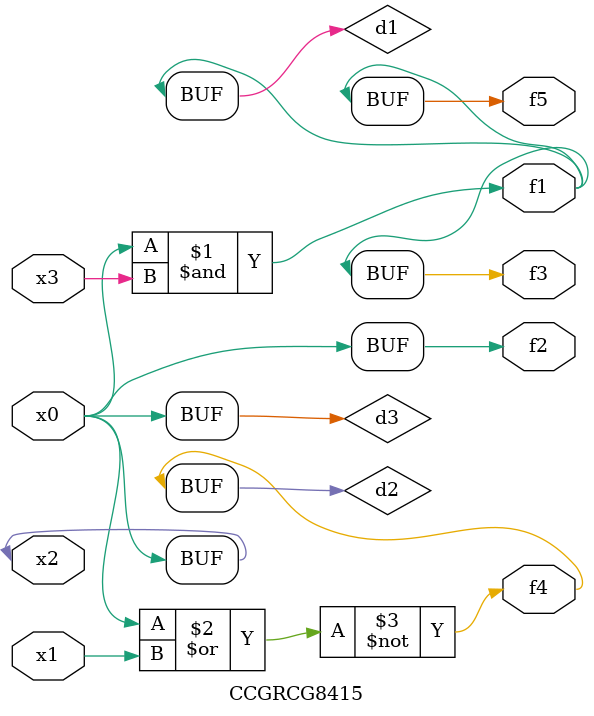
<source format=v>
module CCGRCG8415(
	input x0, x1, x2, x3,
	output f1, f2, f3, f4, f5
);

	wire d1, d2, d3;

	and (d1, x2, x3);
	nor (d2, x0, x1);
	buf (d3, x0, x2);
	assign f1 = d1;
	assign f2 = d3;
	assign f3 = d1;
	assign f4 = d2;
	assign f5 = d1;
endmodule

</source>
